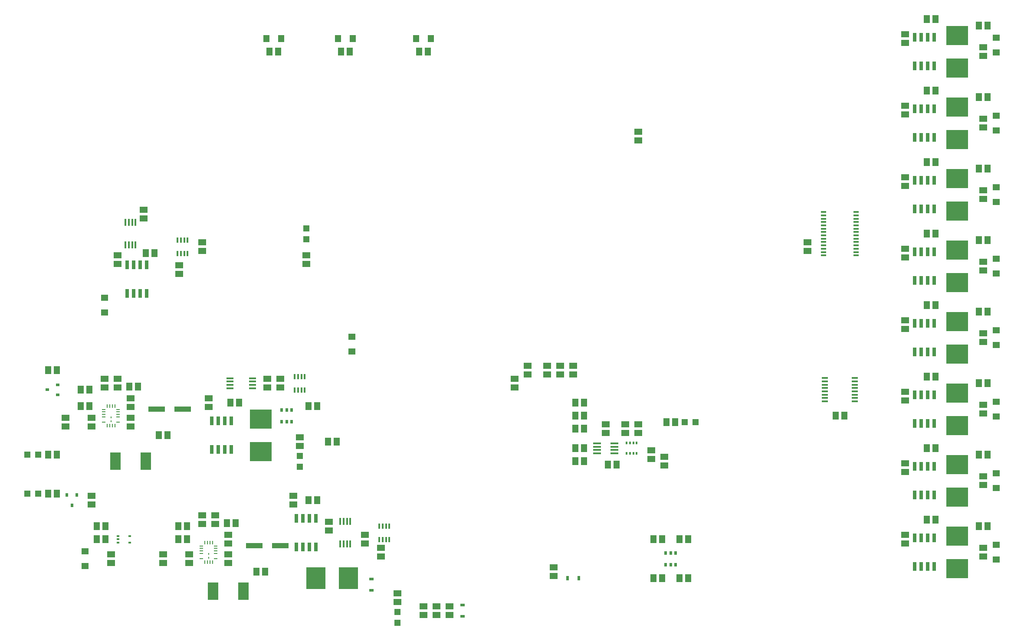
<source format=gtp>
G75*
%MOIN*%
%OFA0B0*%
%FSLAX25Y25*%
%IPPOS*%
%LPD*%
%AMOC8*
5,1,8,0,0,1.08239X$1,22.5*
%
%ADD10R,0.01654X0.05709*%
%ADD11R,0.04724X0.04724*%
%ADD12R,0.02756X0.00984*%
%ADD13R,0.00984X0.02756*%
%ADD14R,0.00866X0.01575*%
%ADD15R,0.00866X0.01402*%
%ADD16R,0.01772X0.04331*%
%ADD17R,0.01969X0.03150*%
%ADD18R,0.05709X0.01654*%
%ADD19R,0.01378X0.01969*%
%ADD20R,0.05906X0.05118*%
%ADD21R,0.05118X0.05906*%
%ADD22R,0.12598X0.03937*%
%ADD23R,0.06299X0.01181*%
%ADD24R,0.07874X0.13780*%
%ADD25R,0.04724X0.01378*%
%ADD26R,0.03268X0.02480*%
%ADD27R,0.02480X0.03268*%
%ADD28R,0.03150X0.02362*%
%ADD29R,0.05512X0.05118*%
%ADD30R,0.02559X0.06890*%
%ADD31R,0.16700X0.15000*%
%ADD32R,0.05118X0.05512*%
%ADD33R,0.15000X0.16700*%
%ADD34R,0.02362X0.01181*%
%ADD35R,0.02362X0.03150*%
%ADD36R,0.03937X0.01181*%
D10*
X0286848Y0747569D03*
X0289407Y0747569D03*
X0291966Y0747569D03*
X0294525Y0747569D03*
X0294525Y0764892D03*
X0291966Y0764892D03*
X0289407Y0764892D03*
X0286848Y0764892D03*
X0129525Y0977569D03*
X0126966Y0977569D03*
X0124407Y0977569D03*
X0121848Y0977569D03*
X0121848Y0994892D03*
X0124407Y0994892D03*
X0126966Y0994892D03*
X0129525Y0994892D03*
D11*
X0330686Y0687097D03*
X0330686Y0695364D03*
X0255686Y0807097D03*
X0255686Y0815364D03*
X0260686Y0982097D03*
X0260686Y0990364D03*
X0054820Y0816230D03*
X0046552Y0816230D03*
X0046552Y0786230D03*
X0054820Y0786230D03*
X0551552Y0841230D03*
X0559820Y0841230D03*
D12*
X0191198Y0746152D03*
X0191198Y0744183D03*
X0191198Y0742215D03*
X0191198Y0740246D03*
X0191198Y0736309D03*
X0180175Y0736309D03*
X0180175Y0740246D03*
X0180175Y0742215D03*
X0180175Y0744183D03*
X0180175Y0746152D03*
X0116198Y0841309D03*
X0116198Y0845246D03*
X0116198Y0847215D03*
X0116198Y0849183D03*
X0116198Y0851152D03*
X0105175Y0851152D03*
X0105175Y0849183D03*
X0105175Y0847215D03*
X0105175Y0845246D03*
X0105175Y0841309D03*
D13*
X0107734Y0838750D03*
X0109702Y0838750D03*
X0111671Y0838750D03*
X0113639Y0838750D03*
X0113639Y0853711D03*
X0111671Y0853711D03*
X0109702Y0853711D03*
X0107734Y0853711D03*
X0182734Y0748711D03*
X0184702Y0748711D03*
X0186671Y0748711D03*
X0188639Y0748711D03*
X0188639Y0733750D03*
X0186671Y0733750D03*
X0184702Y0733750D03*
X0182734Y0733750D03*
D14*
X0185686Y0736998D03*
X0110686Y0841998D03*
D15*
X0110686Y0845030D03*
X0185686Y0740030D03*
D16*
X0251848Y0866112D03*
X0254407Y0866112D03*
X0256966Y0866112D03*
X0259525Y0866112D03*
X0259525Y0876348D03*
X0256966Y0876348D03*
X0254407Y0876348D03*
X0251848Y0876348D03*
X0169525Y0971112D03*
X0166966Y0971112D03*
X0164407Y0971112D03*
X0161848Y0971112D03*
X0161848Y0981348D03*
X0164407Y0981348D03*
X0166966Y0981348D03*
X0169525Y0981348D03*
X0316848Y0761348D03*
X0319407Y0761348D03*
X0321966Y0761348D03*
X0324525Y0761348D03*
X0324525Y0751112D03*
X0321966Y0751112D03*
X0319407Y0751112D03*
X0316848Y0751112D03*
D17*
X0249426Y0841703D03*
X0245686Y0841703D03*
X0241946Y0841703D03*
X0241946Y0850758D03*
X0245686Y0850758D03*
X0249426Y0850758D03*
X0536946Y0740758D03*
X0540686Y0740758D03*
X0544426Y0740758D03*
X0544426Y0731703D03*
X0540686Y0731703D03*
X0536946Y0731703D03*
D18*
X0219348Y0867392D03*
X0219348Y0869951D03*
X0219348Y0872510D03*
X0219348Y0875069D03*
X0202025Y0875069D03*
X0202025Y0872510D03*
X0202025Y0869951D03*
X0202025Y0867392D03*
D19*
X0506848Y0825266D03*
X0509407Y0825266D03*
X0511966Y0825266D03*
X0514525Y0825266D03*
X0514525Y0817195D03*
X0511966Y0817195D03*
X0509407Y0817195D03*
X0506848Y0817195D03*
D20*
X0505686Y0832884D03*
X0505686Y0839577D03*
X0515686Y0839577D03*
X0515686Y0832884D03*
X0525686Y0819577D03*
X0525686Y0812884D03*
X0535686Y0814577D03*
X0535686Y0807884D03*
X0490686Y0832884D03*
X0490686Y0839577D03*
X0465686Y0877884D03*
X0465686Y0884577D03*
X0455686Y0884577D03*
X0455686Y0877884D03*
X0445686Y0877884D03*
X0445686Y0884577D03*
X0430686Y0884577D03*
X0430686Y0877884D03*
X0420686Y0874577D03*
X0420686Y0867884D03*
X0318186Y0744577D03*
X0318186Y0737884D03*
X0305686Y0747884D03*
X0305686Y0754577D03*
X0278186Y0757884D03*
X0278186Y0764577D03*
X0250686Y0777884D03*
X0250686Y0784577D03*
X0255686Y0822884D03*
X0255686Y0829577D03*
X0240686Y0867884D03*
X0240686Y0874577D03*
X0230686Y0874577D03*
X0230686Y0867884D03*
X0185686Y0859577D03*
X0185686Y0852884D03*
X0125686Y0852884D03*
X0125686Y0859577D03*
X0115686Y0867884D03*
X0115686Y0874577D03*
X0105686Y0874577D03*
X0105686Y0867884D03*
X0095686Y0844577D03*
X0095686Y0837884D03*
X0075686Y0837884D03*
X0075686Y0844577D03*
X0125686Y0844577D03*
X0125686Y0837884D03*
X0095686Y0784577D03*
X0095686Y0777884D03*
X0110686Y0739577D03*
X0110686Y0732884D03*
X0150686Y0732884D03*
X0150686Y0739577D03*
X0170686Y0739577D03*
X0170686Y0732884D03*
X0180686Y0762884D03*
X0180686Y0769577D03*
X0190686Y0769577D03*
X0190686Y0762884D03*
X0200686Y0754577D03*
X0200686Y0747884D03*
X0200686Y0739577D03*
X0200686Y0732884D03*
X0330686Y0709577D03*
X0330686Y0702884D03*
X0350686Y0699577D03*
X0350686Y0692884D03*
X0360686Y0692884D03*
X0360686Y0699577D03*
X0370686Y0699577D03*
X0370686Y0692884D03*
X0450686Y0722884D03*
X0450686Y0729577D03*
X0260686Y0962884D03*
X0260686Y0969577D03*
X0180686Y0972884D03*
X0180686Y0979577D03*
X0163186Y0962077D03*
X0163186Y0955384D03*
X0135686Y0997884D03*
X0135686Y1004577D03*
X0115686Y0969577D03*
X0115686Y0962884D03*
X0515686Y1057884D03*
X0515686Y1064577D03*
X0645686Y0979577D03*
X0645686Y0972884D03*
X0720686Y0974577D03*
X0720686Y0967884D03*
X0720686Y0919577D03*
X0720686Y0912884D03*
X0720686Y0864577D03*
X0720686Y0857884D03*
X0720686Y0809577D03*
X0720686Y0802884D03*
X0720686Y0754577D03*
X0720686Y0747884D03*
X0780686Y0744577D03*
X0780686Y0737884D03*
X0780686Y0792884D03*
X0780686Y0799577D03*
X0780686Y0847884D03*
X0780686Y0854577D03*
X0780686Y0902884D03*
X0780686Y0909577D03*
X0780686Y0957884D03*
X0780686Y0964577D03*
X0780686Y1012884D03*
X0780686Y1019577D03*
X0780686Y1067884D03*
X0780686Y1074577D03*
X0780686Y1122884D03*
X0780686Y1129577D03*
X0720686Y1132884D03*
X0720686Y1139577D03*
X0720686Y1084577D03*
X0720686Y1077884D03*
X0720686Y1029577D03*
X0720686Y1022884D03*
D21*
X0737340Y1041230D03*
X0744033Y1041230D03*
X0777340Y1036230D03*
X0784033Y1036230D03*
X0744033Y0986230D03*
X0737340Y0986230D03*
X0777340Y0981230D03*
X0784033Y0981230D03*
X0784033Y0926230D03*
X0777340Y0926230D03*
X0744033Y0931230D03*
X0737340Y0931230D03*
X0737340Y0876230D03*
X0744033Y0876230D03*
X0777340Y0871230D03*
X0784033Y0871230D03*
X0784033Y0816230D03*
X0777340Y0816230D03*
X0744033Y0821230D03*
X0737340Y0821230D03*
X0737340Y0766230D03*
X0744033Y0766230D03*
X0777340Y0761230D03*
X0784033Y0761230D03*
X0674033Y0846230D03*
X0667340Y0846230D03*
X0554033Y0751230D03*
X0547340Y0751230D03*
X0534033Y0751230D03*
X0527340Y0751230D03*
X0527340Y0721230D03*
X0534033Y0721230D03*
X0547340Y0721230D03*
X0554033Y0721230D03*
X0499033Y0808730D03*
X0492340Y0808730D03*
X0474033Y0811230D03*
X0467340Y0811230D03*
X0467340Y0821230D03*
X0474033Y0821230D03*
X0474033Y0836230D03*
X0467340Y0836230D03*
X0467340Y0846230D03*
X0474033Y0846230D03*
X0474033Y0856230D03*
X0467340Y0856230D03*
X0537340Y0841230D03*
X0544033Y0841230D03*
X0737340Y1096230D03*
X0744033Y1096230D03*
X0777340Y1091230D03*
X0784033Y1091230D03*
X0784033Y1146230D03*
X0777340Y1146230D03*
X0744033Y1151230D03*
X0737340Y1151230D03*
X0354033Y1126230D03*
X0347340Y1126230D03*
X0294033Y1126230D03*
X0287340Y1126230D03*
X0239033Y1126230D03*
X0232340Y1126230D03*
X0144033Y0971230D03*
X0137340Y0971230D03*
X0069033Y0881230D03*
X0062340Y0881230D03*
X0087340Y0866230D03*
X0094033Y0866230D03*
X0094033Y0853730D03*
X0087340Y0853730D03*
X0124840Y0868730D03*
X0131533Y0868730D03*
X0147340Y0831230D03*
X0154033Y0831230D03*
X0202340Y0856230D03*
X0209033Y0856230D03*
X0262340Y0853730D03*
X0269033Y0853730D03*
X0277340Y0826230D03*
X0284033Y0826230D03*
X0269033Y0781230D03*
X0262340Y0781230D03*
X0206533Y0763730D03*
X0199840Y0763730D03*
X0169033Y0761230D03*
X0162340Y0761230D03*
X0162340Y0751230D03*
X0169033Y0751230D03*
X0222340Y0726230D03*
X0229033Y0726230D03*
X0106533Y0751230D03*
X0099840Y0751230D03*
X0099840Y0761230D03*
X0106533Y0761230D03*
X0069033Y0786230D03*
X0062340Y0786230D03*
X0062340Y0816230D03*
X0069033Y0816230D03*
D22*
X0145726Y0851230D03*
X0165726Y0851230D03*
X0220726Y0746230D03*
X0240726Y0746230D03*
D23*
X0483993Y0817392D03*
X0483993Y0819892D03*
X0483993Y0822392D03*
X0483993Y0824892D03*
X0497379Y0824892D03*
X0497379Y0822392D03*
X0497379Y0819892D03*
X0497379Y0817392D03*
D24*
X0212301Y0711230D03*
X0189072Y0711230D03*
X0137301Y0811230D03*
X0114072Y0811230D03*
D25*
X0659171Y0857274D03*
X0659171Y0859833D03*
X0659171Y0862392D03*
X0659171Y0864951D03*
X0659171Y0867510D03*
X0659171Y0870069D03*
X0659171Y0872628D03*
X0659171Y0875187D03*
X0682202Y0875187D03*
X0682202Y0872628D03*
X0682202Y0870069D03*
X0682202Y0867510D03*
X0682202Y0864951D03*
X0682202Y0862392D03*
X0682202Y0859833D03*
X0682202Y0857274D03*
D26*
X0380686Y0700620D03*
X0380686Y0691841D03*
X0310686Y0711841D03*
X0310686Y0720620D03*
D27*
X0461297Y0721230D03*
X0470076Y0721230D03*
D28*
X0069623Y0862490D03*
X0069623Y0869971D03*
X0061749Y0866230D03*
D29*
X0105686Y0925522D03*
X0105686Y0936939D03*
X0090686Y0741939D03*
X0090686Y0730522D03*
X0295686Y0895522D03*
X0295686Y0906939D03*
X0790686Y0911939D03*
X0790686Y0900522D03*
X0790686Y0856939D03*
X0790686Y0845522D03*
X0790686Y0801939D03*
X0790686Y0790522D03*
X0790686Y0746939D03*
X0790686Y0735522D03*
X0790686Y0955522D03*
X0790686Y0966939D03*
X0790686Y1010522D03*
X0790686Y1021939D03*
X0790686Y1065522D03*
X0790686Y1076939D03*
X0790686Y1125522D03*
X0790686Y1136939D03*
D30*
X0743186Y1137254D03*
X0738186Y1137254D03*
X0733186Y1137254D03*
X0728186Y1137254D03*
X0728186Y1115207D03*
X0733186Y1115207D03*
X0738186Y1115207D03*
X0743186Y1115207D03*
X0743186Y1082254D03*
X0738186Y1082254D03*
X0733186Y1082254D03*
X0728186Y1082254D03*
X0728186Y1060207D03*
X0733186Y1060207D03*
X0738186Y1060207D03*
X0743186Y1060207D03*
X0743186Y1027254D03*
X0738186Y1027254D03*
X0733186Y1027254D03*
X0728186Y1027254D03*
X0728186Y1005207D03*
X0733186Y1005207D03*
X0738186Y1005207D03*
X0743186Y1005207D03*
X0743186Y0972254D03*
X0738186Y0972254D03*
X0733186Y0972254D03*
X0728186Y0972254D03*
X0728186Y0950207D03*
X0733186Y0950207D03*
X0738186Y0950207D03*
X0743186Y0950207D03*
X0743186Y0917254D03*
X0738186Y0917254D03*
X0733186Y0917254D03*
X0728186Y0917254D03*
X0728186Y0895207D03*
X0733186Y0895207D03*
X0738186Y0895207D03*
X0743186Y0895207D03*
X0743186Y0862254D03*
X0738186Y0862254D03*
X0733186Y0862254D03*
X0728186Y0862254D03*
X0728186Y0840207D03*
X0733186Y0840207D03*
X0738186Y0840207D03*
X0743186Y0840207D03*
X0743186Y0807254D03*
X0738186Y0807254D03*
X0733186Y0807254D03*
X0728186Y0807254D03*
X0728186Y0785207D03*
X0733186Y0785207D03*
X0738186Y0785207D03*
X0743186Y0785207D03*
X0743186Y0752254D03*
X0738186Y0752254D03*
X0733186Y0752254D03*
X0728186Y0752254D03*
X0728186Y0730207D03*
X0733186Y0730207D03*
X0738186Y0730207D03*
X0743186Y0730207D03*
X0268186Y0745207D03*
X0263186Y0745207D03*
X0258186Y0745207D03*
X0253186Y0745207D03*
X0253186Y0767254D03*
X0258186Y0767254D03*
X0263186Y0767254D03*
X0268186Y0767254D03*
X0203186Y0820207D03*
X0198186Y0820207D03*
X0193186Y0820207D03*
X0188186Y0820207D03*
X0188186Y0842254D03*
X0193186Y0842254D03*
X0198186Y0842254D03*
X0203186Y0842254D03*
X0138186Y0940207D03*
X0133186Y0940207D03*
X0128186Y0940207D03*
X0123186Y0940207D03*
X0123186Y0962254D03*
X0128186Y0962254D03*
X0133186Y0962254D03*
X0138186Y0962254D03*
D31*
X0225686Y0843780D03*
X0225686Y0818680D03*
X0760686Y0808780D03*
X0760686Y0783680D03*
X0760686Y0753780D03*
X0760686Y0728680D03*
X0760686Y0838680D03*
X0760686Y0863780D03*
X0760686Y0893680D03*
X0760686Y0918780D03*
X0760686Y0948680D03*
X0760686Y0973780D03*
X0760686Y1003680D03*
X0760686Y1028780D03*
X0760686Y1058680D03*
X0760686Y1083780D03*
X0760686Y1113680D03*
X0760686Y1138780D03*
D32*
X0356395Y1136230D03*
X0344978Y1136230D03*
X0296395Y1136230D03*
X0284978Y1136230D03*
X0241395Y1136230D03*
X0229978Y1136230D03*
D33*
X0268136Y0721230D03*
X0293236Y0721230D03*
D34*
X0125115Y0748671D03*
X0125115Y0753671D03*
X0116257Y0753789D03*
X0116257Y0751230D03*
X0116257Y0748671D03*
D35*
X0080686Y0777293D03*
X0076946Y0785167D03*
X0084426Y0785167D03*
D36*
X0658088Y0969597D03*
X0658088Y0972156D03*
X0658088Y0974715D03*
X0658088Y0977274D03*
X0658088Y0979833D03*
X0658088Y0982392D03*
X0658088Y0984951D03*
X0658088Y0987510D03*
X0658088Y0990069D03*
X0658088Y0992628D03*
X0658088Y0995187D03*
X0658088Y0997746D03*
X0658088Y1000305D03*
X0658088Y1002864D03*
X0683285Y1002864D03*
X0683285Y1000305D03*
X0683285Y0997746D03*
X0683285Y0995187D03*
X0683285Y0992628D03*
X0683285Y0990069D03*
X0683285Y0987510D03*
X0683285Y0984951D03*
X0683285Y0982392D03*
X0683285Y0979833D03*
X0683285Y0977274D03*
X0683285Y0974715D03*
X0683285Y0972156D03*
X0683285Y0969597D03*
M02*

</source>
